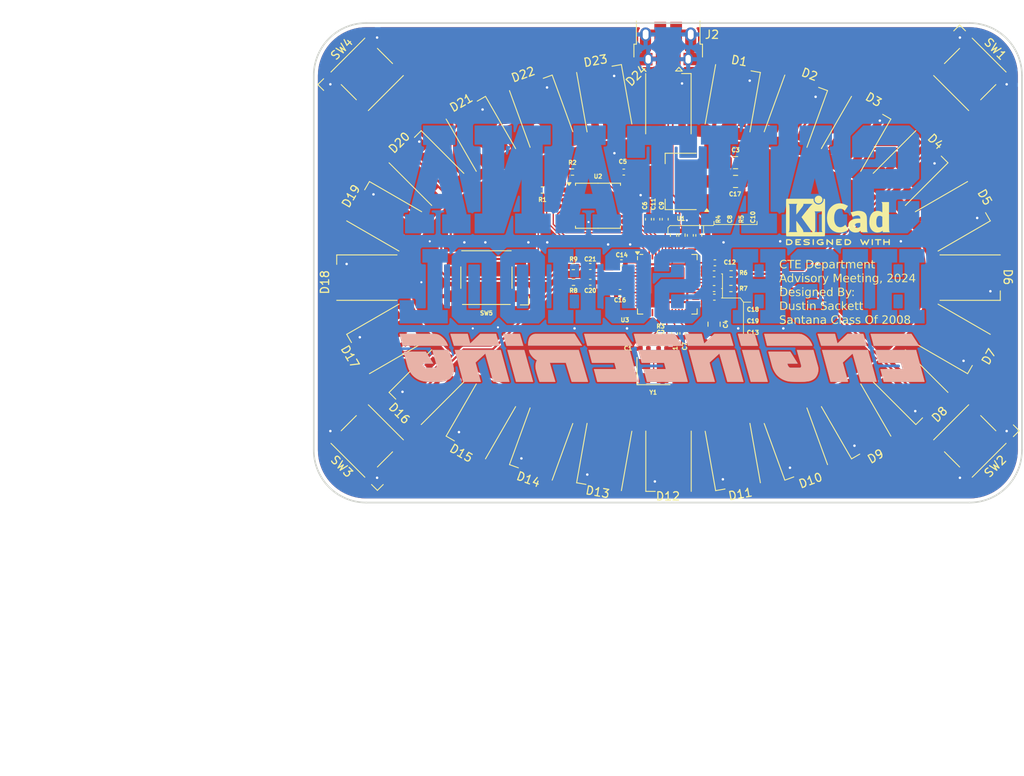
<source format=kicad_pcb>
(kicad_pcb (version 20240108) (generator "pcbnew") (generator_version "8.0")
  (layers (0 "F.Cu" signal) (31 "B.Cu" signal) (34 "B.Paste" user) (35 "F.Paste" user) (36 "B.SilkS" user "B.Silkscreen") (37 "F.SilkS" user "F.Silkscreen") (38 "B.Mask" user) (39 "F.Mask" user) (44 "Edge.Cuts" user))
  (net 0 "")
  (net 1 "GND")
  (net 2 "/XIN")
  (net 3 "Net-(C2-Pad1)")
  (net 4 "VBUS")
  (net 5 "+3V3")
  (net 6 "+1V1")
  (net 7 "/~{USB_BOOT}")
  (net 8 "/GPIO15")
  (net 9 "/GPIO9")
  (net 10 "/GPIO5")
  (net 11 "/GPIO13")
  (net 12 "/GPIO14")
  (net 13 "/GPIO11")
  (net 14 "/GPIO10")
  (net 15 "/GPIO7")
  (net 16 "/GPIO6")
  (net 17 "/GPIO12")
  (net 18 "/GPIO4")
  (net 19 "/GPIO8")
  (net 20 "/GPIO21")
  (net 21 "/RUN")
  (net 22 "/GPIO17")
  (net 23 "/SWD")
  (net 24 "/GPIO20")
  (net 25 "/GPIO27_ADC1")
  (net 26 "/GPIO25")
  (net 27 "/SWCLK")
  (net 28 "/GPIO18")
  (net 29 "/GPIO26_ADC0")
  (net 30 "/GPIO24")
  (net 31 "/GPIO16")
  (net 32 "/GPIO22")
  (net 33 "/GPIO29_ADC3")
  (net 34 "/GPIO19")
  (net 35 "/GPIO28_ADC2")
  (net 36 "/GPIO23")
  (net 37 "/QSPI_SS")
  (net 38 "/XOUT")
  (net 39 "Net-(U3-USB_DP)")
  (net 40 "/USB_D+")
  (net 41 "Net-(U3-USB_DM)")
  (net 42 "/USB_D-")
  (net 43 "/QSPI_SD3")
  (net 44 "/QSPI_SCLK")
  (net 45 "/QSPI_SD2")
  (net 46 "/QSPI_SD0")
  (net 47 "/QSPI_SD1")
  (net 49 "unconnected-(D1-DIN-Pad4)")
  (net 51 "Net-(D1-DOUT)")
  (net 52 "Net-(D2-DOUT)")
  (net 53 "Net-(D3-DOUT)")
  (net 54 "Net-(D4-DOUT)")
  (net 55 "Net-(D5-DOUT)")
  (net 56 "Net-(D6-DOUT)")
  (net 57 "Net-(D7-DOUT)")
  (net 58 "Net-(D8-DOUT)")
  (net 59 "Net-(D10-DIN)")
  (net 60 "Net-(D10-DOUT)")
  (net 61 "Net-(D11-DOUT)")
  (net 62 "Net-(D12-DOUT)")
  (net 63 "Net-(D13-DOUT)")
  (net 64 "Net-(D14-DOUT)")
  (net 65 "Net-(D15-DOUT)")
  (net 66 "Net-(D16-DOUT)")
  (net 67 "Net-(D17-DOUT)")
  (net 68 "Net-(D18-DOUT)")
  (net 69 "Net-(D19-DOUT)")
  (net 70 "Net-(D20-DOUT)")
  (net 71 "Net-(D21-DOUT)")
  (net 72 "Net-(D22-DOUT)")
  (net 73 "Net-(D23-DOUT)")
  (net 74 "Net-(R6-Pad2)")
  (net 75 "Net-(R7-Pad2)")
  (net 76 "Net-(R8-Pad2)")
  (net 77 "Net-(R9-Pad2)")
  (net 78 "/GPIO3")
  (net 79 "/GPIO2")
  (net 80 "/GPIO1")
  (net 81 "/GPIO0")
  (footprint "LED_SMD:LED_WS2812B_PLCC4_5.0x5.0mm_P3.2mm" (layer "F.Cu") (at 152.59 58.663)
    (property "Reference" "D6")
    (property "Value" "WS2812B")
  )
  (footprint "LED_SMD:LED_WS2812B_PLCC4_5.0x5.0mm_P3.2mm" (layer "F.Cu") (at 86.775076 71.922658 -135)
    (property "Reference" "D16")
    (property "Value" "WS2812B")
  )
  (footprint "Capacitor_SMD:C_0402_1005Metric" (layer "F.Cu") (at 121.5965 58.2065 180)
    (property "Reference" "C18")
    (property "Value" "100n")
  )
  (footprint "Resistor_SMD:R_0402_1005Metric" (layer "F.Cu") (at 104.5765 59.2225 180)
    (property "Reference" "R8")
    (property "Value" "1k")
  )
  (footprint "LED_SMD:LED_WS2812B_PLCC4_5.0x5.0mm_P3.2mm" (layer "F.Cu") (at 123.858 36.948458 80)
    (property "Reference" "D1")
    (property "Value" "WS2812B")
  )
  (footprint "Button_Switch_SMD:SW_SPST_Omron_B3FS-100xP" (layer "F.Cu") (at 79.565 34.025 45)
    (property "Reference" "SW4")
    (property "Value" "SW_Push")
  )
  (footprint "Capacitor_SMD:C_0402_1005Metric" (layer "F.Cu") (at 121.629 61.033)
    (property "Reference" "C13")
    (property "Value" "100n")
  )
  (footprint "LED_SMD:LED_WS2812B_PLCC4_5.0x5.0mm_P3.2mm" (layer "F.Cu") (at 123.85801 80.377541 -80)
    (property "Reference" "D11")
    (property "Value" "WS2812B")
  )
  (footprint "Capacitor_SMD:C_0402_1005Metric" (layer "F.Cu") (at 121.5965 59.9845 180)
    (property "Reference" "C19")
    (property "Value" "100n")
  )
  (footprint "Crystal:Crystal_SMD_3225-4Pin_3.2x2.5mm" (layer "F.Cu") (at 114.259 69.973)
    (property "Reference" "Y1")
    (property "Value" "ABM8-272-T3")
  )
  (footprint "LED_SMD:LED_WS2812B_PLCC4_5.0x5.0mm_P3.2mm" (layer "F.Cu") (at 93.366253 76.06533 -120)
    (property "Reference" "D15")
    (property "Value" "WS2812B")
  )
  (footprint "LED_SMD:LED_WS2812B_PLCC4_5.0x5.0mm_P3.2mm" (layer "F.Cu") (at 145.379924 45.403342 45)
    (property "Reference" "D4")
    (property "Value" "WS2812B")
  )
  (footprint "LED_SMD:LED_WS2812B_PLCC4_5.0x5.0mm_P3.2mm" (layer "F.Cu") (at 116.064806 37.612433 90)
    (property "Reference" "D24")
    (property "Value" "WS2812B")
  )
  (footprint "LED_SMD:LED_WS2812B_PLCC4_5.0x5.0mm_P3.2mm" (layer "F.Cu") (at 108.297 80.377542 -100)
    (property "Reference" "D13")
    (property "Value" "WS2812B")
  )
  (footprint "Capacitor_SMD:C_0402_1005Metric" (layer "F.Cu") (at 115.359 67.266)
    (property "Reference" "C2")
    (property "Value" "15p")
  )
  (footprint "Package_TO_SOT_SMD:SOT-223-3_TabPin2" (layer "F.Cu") (at 117.5845 47.022 180)
    (property "Reference" "U1")
    (property "Value" "NCP1117-3.3_SOT223")
  )
  (footprint "Capacitor_SMD:C_0805_2012Metric" (layer "F.Cu") (at 124.1955 47.022)
    (property "Reference" "C17")
    (property "Value" "10u")
  )
  (footprint "Capacitor_SMD:C_0402_1005Metric" (layer "F.Cu") (at 113.159 67.266 180)
    (property "Reference" "C1")
    (property "Value" "15p")
  )
  (footprint "LED_SMD:LED_WS2812B_PLCC4_5.0x5.0mm_P3.2mm" (layer "F.Cu") (at 150.494227 66.084385 -30)
    (property "Reference" "D7")
    (property "Value" "WS2812B")
  )
  (footprint "Symbol:KiCad-Logo2_5mm_SilkScreen" (layer "F.Cu") (at 136.5805 51.7295)
    (property "Reference" "Logo1" (hide yes))
    (property "Value" "Logo_Open_Hardware_Small" (hide yes))
  )
  (footprint "LED_SMD:LED_WS2812B_PLCC4_5.0x5.0mm_P3.2mm" (layer "F.Cu") (at 138.788756 76.065325 -60)
    (property "Reference" "D9")
    (property "Value" "WS2812B")
  )
  (footprint "Package_SO:SOIC-8_5.23x5.23mm_P1.27mm" (layer "F.Cu") (at 107.543 49.9645)
    (property "Reference" "U2")
    (property "Value" "W25Q128JVS")
  )
  (footprint "Capacitor_SMD:C_0402_1005Metric" (layer "F.Cu") (at 116.8225 65.4175 -90)
    (property "Reference" "C15")
    (property "Value" "100n")
  )
  (footprint "LED_SMD:LED_WS2812B_PLCC4_5.0x5.0mm_P3.2mm" (layer "F.Cu") (at 150.494222 51.241606 30)
    (property "Reference" "D5")
    (property "Value" "WS2812B")
  )
  (footprint "Package_DFN_QFN:QFN-56-1EP_7x7mm_P0.4mm_EP3.2x3.2mm" (layer "F.Cu") (at 115.9335 59.468)
    (property "Reference" "U3")
    (property "Value" "RP2040")
  )
  (footprint "Resistor_SMD:R_0402_1005Metric" (layer "F.Cu") (at 100.8185 48.0595 180)
    (property "Reference" "R1")
    (property "Value" "1k")
  )
  (footprint "LED_SMD:LED_WS2812B_PLCC4_5.0x5.0mm_P3.2mm" (layer "F.Cu") (at 81.660778 66.084394 -150)
    (property "Reference" "D17")
    (property "Value" "WS2812B")
  )
  (footprint "Capacitor_SMD:C_0402_1005Metric" (layer "F.Cu") (at 121.689499 56.868)
    (property "Reference" "C12")
    (property "Value" "100n")
  )
  (footprint "Resistor_SMD:R_0402_1005Metric" (layer "F.Cu") (at 123.6565 58.2065)
    (property "Reference" "R6")
    (property "Value" "1k")
  )
  (footprint "Capacitor_SMD:C_0402_1005Metric" (layer "F.Cu") (at 117.819 65.4175 -90)
    (property "Reference" "C7")
    (property "Value" "100n")
  )
  (footprint "Button_Switch_SMD:SW_SPST_Omron_B3FS-100xP" (layer "F.Cu") (at 152.59 34.025 -45)
    (property "Reference" "SW1")
    (property "Value" "SW_Push")
  )
  (footprint "LED_SMD:LED_WS2812B_PLCC4_5.0x5.0mm_P3.2mm" (layer "F.Cu") (at 131.494821 38.516472 70)
    (property "Reference" "D2")
    (property "Value" "WS2812B")
  )
  (footprint "Button_Switch_SMD:SW_SPST_Omron_B3FS-100xP" (layer "F.Cu") (at 79.565 78.475 135)
    (property "Reference" "SW3")
    (property "Value" "SW_Push")
  )
  (footprint "LED_SMD:LED_WS2812B_PLCC4_5.0x5.0mm_P3.2mm" (layer "F.Cu") (at 81.660773 51.241615 150)
    (property "Reference" "D19")
    (property "Value" "WS2812B")
  )
  (footprint "Resistor_SMD:R_0402_1005Metric" (layer "F.Cu") (at 123.6305 59.9845)
    (property "Reference" "R7")
    (property "Value" "1k")
  )
  (footprint "Button_Switch_SMD:SW_SPST_Omron_B3FS-100xP" (layer "F.Cu") (at 152.59 78.475 -135)
    (property "Reference" "SW2")
    (property "Value" "SW_Push")
  )
  (footprint "Capacitor_SMD:C_0402_1005Metric" (layer "F.Cu") (at 110.21 60.468 180)
    (property "Reference" "C16")
    (property "Value" "100n")
  )
  (footprint "Capacitor_SMD:C_0402_1005Metric" (layer "F.Cu") (at 118.719 53.5485 90)
    (property "Reference" "C8")
    (property "Value" "1u")
  )
  (footprint "Capacitor_SMD:C_0402_1005Metric" (layer "F.Cu") (at 113.6475 51.594 90)
    (property "Reference" "C6")
    (property "Value" "100n")
  )
  (footprint "LED_SMD:LED_WS2812B_PLCC4_5.0x5.0mm_P3.2mm" (layer "F.Cu") (at 131.494831 78.809526 -70)
    (property "Reference" "D10")
    (property "Value" "WS2812B")
  )
  (footprint "Capacitor_SMD:C_0805_2012Metric" (layer "F.Cu") (at 121.5945 64.3025 -90)
    (property "Reference" "C4")
    (property "Value" "10u")
  )
  (footprint "Capacitor_SMD:C_0402_1005Metric" (layer "F.Cu") (at 106.6085 59.2225)
    (property "Reference" "C20")
    (property "Value" "100n")
  )
  (footprint "Resistor_SMD:R_0402_1005Metric" (layer "F.Cu") (at 115.359 66.25 180)
    (property "Reference" "R3")
    (property "Value" "1k")
  )
  (footprint "Capacitor_SMD:C_0402_1005Metric" (layer "F.Cu") (at 110.663 45.8875 180)
    (property "Reference" "C5")
    (property "Value" "100n")
  )
  (footprint "LED_SMD:LED_WS2812B_PLCC4_5.0x5.0mm_P3.2mm" (layer "F.Cu") (at 86.775068 45.403348 135)
    (property "Reference" "D20")
    (property "Value" "WS2812B")
  )
  (footprint "Capacitor_SMD:C_0805_2012Metric" (layer "F.Cu") (at 124.1955 44.7445)
    (property "Reference" "C3")
    (property "Value" "10u")
  )
  (footprint "LED_SMD:LED_WS2812B_PLCC4_5.0x5.0mm_P3.2mm" (layer "F.Cu") (at 108.29699 36.948459 100)
    (property "Reference" "D23")
    (property "Value" "WS2812B")
  )
  (footprint "Capacitor_SMD:C_0402_1005Metric" (layer "F.Cu") (at 115.6795 51.594 90)
    (property "Reference" "C9")
    (property "Value" "100n")
  )
  (footprint "Resistor_SMD:R_0402_1005Metric" (layer "F.Cu") (at 117.703 53.5185 -90)
    (property "Reference" "R5")
    (property "Value" "27")
  )
  (footprint "Resistor_SMD:R_0402_1005Metric" (layer "F.Cu") (at 104.5465 57.3175 180)
    (property "Reference" "R9")
    (property "Value" "1k")
  )
  (footprint "LED_SMD:LED_WS2812B_PLCC4_5.0x5.0mm_P3.2mm" (layer "F.Cu") (at 116.077505 80.888 -90)
    (property "Reference" "D12")
    (property "Value" "WS2812B")
  )
  (footprint "Resistor_SMD:R_0402_1005Metric" (layer "F.Cu") (at 116.687 53.5185 -90)
    (property "Reference" "R4")
    (property "Value" "27")
  )
  (footprint "Capacitor_SMD:C_0402_1005Metric" (layer "F.Cu") (at 114.6635 51.594 90)
    (property "Reference" "C11")
    (property "Value" "100n")
  )
  (footprint "LED_SMD:LED_WS2812B_PLCC4_5.0x5.0mm_P3.2mm" (layer "F.Cu") (at 100.660169 38.516474 110)
    (property "Reference" "D22")
    (property "Value" "WS2812B")
  )
  (footprint "Resistor_SMD:R_0402_1005Metric" (layer "F.Cu") (at 104.453 45.8875 180)
    (property "Reference" "R2")
    (property "Value" "DNF")
  )
  (footprint "Button_Switch_SMD:SW_SPST_Omron_B3FS-100xP" (layer "F.Cu") (at 94.0355 58.663005 180)
    (property "Reference" "SW5")
    (property "Value" "SW_Push")
  )
  (footprint "LED_SMD:LED_WS2812B_PLCC4_5.0x5.0mm_P3.2mm" (layer "F.Cu") (at 145.379932 71.922652 -45)
    (property "Reference" "D8")
    (property "Value" "WS2812B")
  )
  (footprint "LED_SMD:LED_WS2812B_PLCC4_5.0x5.0mm_P3.2mm" (layer "F.Cu") (at 138.788747 41.26067 60)
    (property "Reference" "D3")
    (property "Value" "WS2812B")
  )
  (footprint "LED_SMD:LED_WS2812B_PLCC4_5.0x5.0mm_P3.2mm" (layer "F.Cu") (at 93.366244 41.260675 120)
    (property "Reference" "D21")
    (property "Value" "WS2812B")
  )
  (footprint "Capacitor_SMD:C_0402_1005Metric" (layer "F.Cu") (at 119.7435 53.5485 90)
    (property "Reference" "C10")
    (property "Value" "1u")
  )
  (footprint "Capacitor_SMD:C_0402_1005Metric" (layer "F.Cu") (at 110.3735 56.868 180)
    (property "Reference" "C14")
    (property "Value" "100n")
  )
  (footprint "Capacitor_SMD:C_0402_1005Metric" (layer "F.Cu") (at 106.6085 57.3175)
    (property "Reference" "C21")
    (property "Value" "100n")
  )
  (footprint "LED_SMD:LED_WS2812B_PLCC4_5.0x5.0mm_P3.2mm" (layer "F.Cu") (at 79.565 58.663005 180)
    (property "Reference" "D18")
    (property "Value" "WS2812B")
  )
  (footprint "LED_SMD:LED_WS2812B_PLCC4_5.0x5.0mm_P3.2mm" (layer "F.Cu") (at 100.660179 78.809528 -110)
    (property "Reference" "D14")
    (property "Value" "WS2812B")
  )
  (footprint "Connector_USB:USB_Micro-B_Amphenol_10103594-0001LF_Horizontal" (layer "F.Cu") (at 116.014 30.342 180)
    (property "Reference" "J2")
    (property "Value" "USB_B_Micro")
  )
  (footprint "Library:Santana Engineering Logo" (layer "B.Cu") (at 35.406573 118.740718 180)
    (property "Reference" "Logo2" (hide yes))
    (property "Value" "Logo_Open_Hardware_Small" (hide yes))
  )
  (gr_line (start 126.0395 66.0805) (end 125.1505 66.0805) (stroke (width 0.1)) (layer "F.SilkS"))
  (gr_line (start 120.3245 52.3645) (end 120.3245 53.2535) (stroke (width 0.1)) (layer "F.SilkS"))
  (gr_line (start 122.6105 58.2065) (end 122.4835 58.2065) (stroke (width 0.1)) (layer "F.SilkS"))
  (gr_line (start 121.5945 52.2375) (end 121.5945 51.8565) (stroke (width 0.1)) (layer "F.SilkS"))
  (gr_line (start 122.6105 59.9845) (end 122.4835 59.9845) (stroke (width 0.1)) (layer "F.SilkS"))
  (gr_line (start 122.6105 61.1275) (end 122.4835 61.1275) (stroke (width 0.1)) (layer "F.SilkS"))
  (gr_line (start 116.2605 52.3645) (end 116.0065 52.6185) (stroke (width 0.1)) (layer "F.SilkS"))
  (gr_line (start 122.6105 61.1275) (end 122.6105 58.2065) (stroke (width 0.1)) (layer "F.SilkS"))
  (gr_line (start 126.8015 52.2375) (end 121.5945 52.2375) (stroke (width 0.1)) (layer "F.SilkS"))
  (gr_line (start 121.5945 52.2375) (end 121.4675 52.3645) (stroke (width 0.1)) (layer "F.SilkS"))
  (gr_line (start 125.1505 61.6355) (end 126.0395 61.6355) (stroke (width 0.1)) (layer "F.SilkS"))
  (gr_line (start 121.5945 51.8565) (end 121.5945 52.2375) (stroke (width 0.1)) (layer "F.SilkS"))
  (gr_line (start 121.4675 52.3645) (end 116.2605 52.3645) (stroke (width 0.1)) (layer "F.SilkS"))
  (gr_line (start 126.8015 51.8565) (end 126.8015 52.2375) (stroke (width 0.1)) (layer "F.SilkS"))
  (gr_line (start 125.1505 61.6355) (end 124.7695 61.1275) (stroke (width 0.1)) (layer "F.SilkS"))
  (gr_line (start 125.1505 66.0805) (end 125.1505 61.6355) (stroke (width 0.1)) (layer "F.SilkS"))
  (gr_line (start 116.0065 52.6185) (end 116.0065 53.2535) (stroke (width 0.1)) (layer "F.SilkS"))
  (gr_line (start 124.7695 61.1275) (end 122.6105 61.1275) (stroke (width 0.1)) (layer "F.SilkS"))
  (gr_line (start 152.5125 85.8925) (end 79.4875 85.8925) (stroke (width 0.2)) (layer "Edge.Cuts"))
  (gr_arc (start 79.4875 85.8925) (mid 74.997372 84.032628) (end 73.1375 79.5425) (stroke (width 0.2)) (layer "Edge.Cuts"))
  (gr_arc (start 158.8625 79.5425) (mid 157.002628 84.032628) (end 152.5125 85.8925) (stroke (width 0.2)) (layer "Edge.Cuts"))
  (gr_line (start 79.4875 27.85) (end 152.5125 27.85) (stroke (width 0.2)) (layer "Edge.Cuts"))
  (gr_arc (start 152.5125 27.85) (mid 157.002628 29.709872) (end 158.8625 34.2) (stroke (width 0.2)) (layer "Edge.Cuts"))
  (gr_arc (start 73.1375 34.2) (mid 74.997372 29.709872) (end 79.4875 27.85) (stroke (width 0.2)) (layer "Edge.Cuts"))
  (gr_line (start 158.8625 34.2) (end 158.8625 79.5425) (stroke (width 0.2)) (layer "Edge.Cuts"))
  (gr_line (start 73.1375 79.5425) (end 73.1375 34.2) (stroke (width 0.2)) (layer "Edge.Cuts"))
  (gr_text "CTE Department\nAdvisory Meeting, 2024\nDesigned By:\nDustin Sackett\nSantana Class Of 2008" (at 129.4685 64.4295 0) (layer "F.SilkS") (effects (font (size 1 1) (thickness 0.125)) (justify left bottom)))
  (segment (start 114.9335 60.468) (end 115.9335 59.468) (width 0.2) (layer "F.Cu") (net 1))
  (segment (start 118.499 28.957) (end 118.769 29.227) (width 0.635) (layer "F.Cu") (net 1))
  (segment (start 121.1165 59.9845) (end 121.1165 60.0405) (width 0.2) (layer "F.Cu") (net 1))
  (segment (start 114.9335 62.9055) (end 114.9335 60.468) (width 0.2) (layer "F.Cu") (net 1))
  (segment (start 116.999 28.957) (end 118.499 28.957) (width 0.635) (layer "F.Cu") (net 1))
  (segment (start 121.1165 57.920999) (end 122.169499 56.868) (width 0.2) (layer "F.Cu") (net 1))
  (segment (start 113.579 28.957) (end 113.309 29.227) (width 0.635) (layer "F.Cu") (net 1))
  (segment (start 114.9335 63.5975) (end 114.1015 64.4295) (width 0.2) (layer "F.Cu") (net 1))
  (segment (start 121.1165 58.2065) (end 121.1165 57.920999) (width 0.2) (layer "F.Cu") (net 1))
  (segment (start 115.079 28.957) (end 113.579 28.957) (width 0.635) (layer "F.Cu") (net 1))
  (segment (start 121.1165 60.0405) (end 122.109 61.033) (width 0.2) (layer "F.Cu") (net 1))
  (segment (start 114.9335 62.9055) (end 114.9335 63.5975) (width 0.2) (layer "F.Cu") (net 1))
  (via (at 80.364011 48.587673) (size 0.6) (drill 0.3) (layers "F.Cu" "B.Cu") (net 1))
  (via (at 85.9075 42.2045) (size 0.6) (drill 0.3) (layers "F.Cu" "B.Cu") (net 1))
  (via (at 111.0535 64.8105) (size 0.6) (drill 0.3) (layers "F.Cu" "B.Cu") (net 1))
  (via (at 109.5295 43.6015) (size 0.6) (drill 0.3) (layers "F.Cu" "B.Cu") (net 1))
  (via (at 109.496485 34.249161) (size 0.6) (drill 0.3) (layers "F.Cu" "B.Cu") (net 1))
  (via (at 155.04 60.313) (size 0.6) (drill 0.3) (layers "F.Cu" "B.Cu") (net 1))
  (via (at 118.2925 51.7295) (size 0.508) (drill 0.254) (layers "F.Cu" "B.Cu") (net 1))
  (via (at 129.9765 64.8105) (size 0.6) (drill 0.3) (layers "F.Cu" "B.Cu") (net 1))
  (via (at 95.4325 64.6835) (size 0.508) (drill 0.254) (layers "F.Cu" "B.Cu") (net 1))
  (via (at 153.440984 51.445548) (size 0.6) (drill 0.3) (layers "F.Cu" "B.Cu") (net 1))
  (via (at 90.712311 77.362092) (size 0.6) (drill 0.3) (layers "F.Cu" "B.Cu") (net 1))
  (via (at 101.372712 35.649894) (size 0.6) (drill 0.3) (layers "F.Cu" "B.Cu") (net 1))
  (via (at 99.1155 54.3965) (size 0.6) (drill 0.3) (layers "F.Cu" "B.Cu") (net 1))
  (via (at 93.570186 38.313913) (size 0.6) (drill 0.3) (layers "F.Cu" "B.Cu") (net 1))
  (via (at 148.279062 44.837657) (size 0.6) (drill 0.3) (layers "F.Cu" "B.Cu") (net 1))
  (via (at 130.782288 81.676106) (size 0.6) (drill 0.3) (layers "F.Cu" "B.Cu") (net 1))
  (via (at 108.7675 54.6505) (size 0.6) (drill 0.3) (layers "F.Cu" "B.Cu") (net 1))
  (via (at 138.584814 79.012087) (size 0.6) (drill 0.3) (layers "F.Cu" "B.Cu") (net 1))
  (via (at 87.1775 54.2695) (size 0.508) (drill 0.254) (layers "F.Cu" "B.Cu") (net 1))
  (via (at 114.427505 83.338) (size 0.6) (drill 0.3) (layers "F.Cu" "B.Cu") (net 1))
  (via (at 98.271737 80.547442) (size 0.6) (drill 0.3) (layers "F.Cu" "B.Cu") (net 1))
  (via (at 141.6605 39.6645) (size 0.6) (drill 0.3) (layers "F.Cu" "B.Cu") (net 1))
  (via (at 80.802437 82.894417) (size 0.6) (drill 0.3) (layers "F.Cu" "B.Cu") (net 1))
  (via (at 124.5155 64.8105) (size 0.6) (drill 0.3) (layers "F.Cu" "B.Cu") (net 1))
  (via (at 151.352563 29.605583) (size 0.6) (drill 0.3) (layers "F.Cu" "B.Cu") (net 1))
  (via (at 75.145583 35.262437) (size 0.6) (drill 0.3) (layers "F.Cu" "B.Cu") (net 1))
  (via (at 104.7035 64.8105) (size 0.6) (drill 0.3) (layers "F.Cu" "B.Cu") (net 1))
  (via (at 125.908371 34.822198) (size 0.6) (drill 0.3) (layers "F.Cu" "B.Cu") (net 1))
  (via (at 112.7045 48.6815) (size 0.6) (drill 0.3) (layers "F.Cu" "B.Cu") (net 1))
  (via (at 133.883263 36.778558) (size 0.6) (drill 0.3) (layers "F.Cu" "B.Cu") (net 1))
  (via (at 92.3845 64.8105) (size 0.508) (drill 0.254) (layers "F.Cu" "B.Cu") (net 1))
  (via (at 86.1615 59.2225) (size 0.508) (drill 0.254) (layers "F.Cu" "B.Cu") (net 1))
  (via (at 78.714016 65.880452) (size 0.6) (drill 0.3) (layers "F.Cu" "B.Cu") (net 1))
  (via (at 144.2005 54.2695) (size 0.6) (drill 0.3) (layers "F.Cu" "B.Cu") (net 1))
  (via (at 129.5955 54.2695) (size 0.6) (drill 0.3) (layers "F.Cu" "B.Cu") (net 1))
  (via (at 101.4015 54.3965) (size 0.6) (drill 0.3) (layers "F.Cu" "B.Cu") (net 1))
  (via (at 106.246629 82.503802) (size 0.6) (drill 0.3) (layers "F.Cu" "B.Cu") (net 1))
  (via (at 122.7375 54.3965) (size 0.6) (drill 0.3) (layers "F.Cu" "B.Cu") (net 1))
  (via (at 157.009417 77.237563) (size 0.6) (drill 0.3) (layers "F.Cu" "B.Cu") (net 1))
  (via (at 157.009417 35.262437) (size 0.6) (drill 0.3) (layers "F.Cu" "B.Cu") (net 1))
  (via (at 80.802437 29.605583) (size 0.6) (drill 0.3) (layers "F.Cu" "B.Cu") (net 1))
  (via (at 106.391118 51.934836) (size 0.508) (drill 0.254) (layers "F.Cu" "B.Cu") (net 1))
  (via (at 151.352563 82.894417) (size 0.6) (drill 0.3) (layers "F.Cu" "B.Cu") (net 1))
  (via (at 83.875938 72.488343) (size 0.6) (drill 0.3) (layers "F.Cu" "B.Cu") (net 1))
  (via (at 77.115 57.013005) (size 0.6) (drill 0.3) (layers "F.Cu" "B.Cu") (net 1))
  (via (at 151.790989 68.738327) (size 0.6) (drill 0.3) (layers "F.Cu" "B.Cu") (net 1))
  (via (at 75.145583 77.237563) (size 0.6) (drill 0.3) (layers "F.Cu" "B.Cu") (net 1))
  (via (at 111.4345 54.6505) (size 0.6) (drill 0.3) (layers "F.Cu" "B.Cu") (net 1))
  (via (at 117.714806 35.162433) (size 0.6) (drill 0.3) (layers "F.Cu" "B.Cu") (net 1))
  (via (at 122.658515 83.076839) (size 0.6) (drill 0.3) (layers "F.Cu" "B.Cu") (net 1))
  (via (at 93.9085 54.3965) (size 0.6) (drill 0.3) (layers "F.Cu" "B.Cu") (net 1))
  (via (at 91.3685 54.3965) (size 0.6) (drill 0.3) (layers "F.Cu" "B.Cu") (net 1))
  (via (at 145.945617 74.82179) (size 0.6) (drill 0.3) (layers "F.Cu" "B.Cu") (net 1))
  (segment (start 115.333499 64.513001) (end 115.333499 62.9055) (width 0.1524) (layer "F.Cu") (net 2))
  (segment (start 114.2825 69.6995) (end 114.2825 67.9095) (width 0.1524) (layer "F.Cu") (net 2))
  (segment (start 113.639 67.266) (end 113.639 66.2075) (width 0.1524) (layer "F.Cu") (net 2))
  (segment (start 113.159 70.823) (end 114.2825 69.6995) (width 0.1524) (layer "F.Cu") (net 2))
  (segment (start 113.639 66.2075) (end 115.333499 64.513001) (width 0.1524) (layer "F.Cu") (net 2))
  (segment (start 114.2825 67.9095) (end 113.639 67.266) (width 0.1524) (layer "F.Cu") (net 2))
  (segment (start 114.879 66.28) (end 114.849 66.25) (width 0.1524) (layer "F.Cu") (net 3))
  (segment (start 114.879 67.266) (end 114.879 66.28) (width 0.1524) (layer "F.Cu") (net 3))
  (segment (start 115.359 67.746) (end 114.879 67.266) (width 0.1524) (layer "F.Cu") (net 3))
  (segment (start 115.359 69.123) (end 115.359 67.746) (width 0.1524) (layer "F.Cu") (net 3))
  (segment (start 123.2455 44.7445) (end 120.757 44.7445) (width 0.635) (layer "F.Cu") (net 4))
  (segment (start 120.757 44.7445) (end 120.7345 44.722) (width 0.635) (layer "F.Cu") (net 4))
  (segment (start 117.339 32.107) (end 117.339 33.463) (width 0.1524) (layer "F.Cu") (net 4))
  (segment (start 117.339 33.463) (end 117.533 33.657) (width 0.1524) (layer "F.Cu") (net 4))
  (segment (start 120.7345 44.722) (end 120.7345 41.2175) (width 0.635) (layer "F.Cu") (net 4))
  (segment (start 120.7055 41.1885) (end 120.7345 41.2175) (width 0.635) (layer "F.Cu") (net 4))
  (segment (start 123.2455 47.022) (end 120.7345 47.022) (width 0.635) (layer "F.Cu") (net 5))
  (segment (start 118.133499 57.014001) (end 118.0925 57.055) (width 0.1524) (layer "F.Cu") (net 5))
  (segment (start 120.8325 52.7455) (end 120.8325 54.0285) (width 0.635) (layer "F.Cu") (net 5))
  (segment (start 115.6795 54.134) (end 115.6795 52.074) (width 0.1524) (layer "F.Cu") (net 5))
  (segment (start 116.1335 55.023) (end 116.1335 54.588) (width 0.1524) (layer "F.Cu") (net 5))
  (segment (start 114.4345 47.022) (end 113.221 47.022) (width 0.254) (layer "F.Cu") (net 5))
  (segment (start 116.1335 56.982) (end 116.0605 57.055) (width 0.1524) (layer "F.Cu") (net 5))
  (segment (start 118.133499 55.363001) (end 118.25725 55.23925) (width 0.1524) (layer "F.Cu") (net 5))
  (segment (start 118.25725 55.23925) (end 119.32475 55.23925) (width 0.1524) (layer "F.Cu") (net 5))
  (segment (start 116.533501 56.0305) (end 116.533501 56.962999) (width 0.1524) (layer "F.Cu") (net 5))
  (segment (start 116.8225 64.294) (end 116.1335 63.605) (width 0.1524) (layer "F.Cu") (net 5))
  (segment (start 113.6475 57.055) (end 116.0605 57.055) (width 0.254) (layer "F.Cu") (net 5))
  (segment (start 120.8325 54.0285) (end 120.7055 54.0285) (width 0.254) (layer "F.Cu") (net 5))
  (segment (start 121.209499 56.868) (end 121.209499 54.405499) (width 0.254) (layer "F.Cu") (net 5))
  (segment (start 119.371 60.468) (end 118.3465 60.468) (width 0.1524) (layer "F.Cu") (net 5))
  (segment (start 113.6475 57.055) (end 113.6475 60.4925) (width 0.254) (layer "F.Cu") (net 5))
  (segment (start 114.4345 48.3795) (end 116.3875 50.3325) (width 0.254) (layer "F.Cu") (net 5))
  (segment (start 112.496 56.868) (end 110.8535 56.868) (width 0.1524) (layer "F.Cu") (net 5))
  (segment (start 116.1335 61.627) (end 118.3465 61.627) (width 0.254) (layer "F.Cu") (net 5))
  (segment (start 118.0385 47.022) (end 118.0385 49.9515) (width 0.635) (layer "F.Cu") (net 5))
  (segment (start 110.69 60.468) (end 112.496 60.468) (width 0.1524) (layer "F.Cu") (net 5))
  (segment (start 116.8225 64.9375) (end 116.8225 64.294) (width 0.1524) (layer "F.Cu") (net 5))
  (segment (start 116.1335 54.588) (end 115.6795 54.134) (width 0.1524) (layer "F.Cu") (net 5))
  (segment (start 119.371 60.468) (end 119.871204 60.468) (width 0.1524) (layer "F.Cu") (net 5))
  (segment (start 116.3875 51.4755) (end 115.789 52.074) (width 0.254) (layer "F.Cu") (net 5))
  (segment (start 111.143 48.0595) (end 111.143 45.8875) (width 0.254) (layer "F.Cu") (net 5))
  (segment (start 118.2195 57.055) (end 118.3465 57.182) (width 0.254) (layer "F.Cu") (net 5))
  (segment (start 120.436204 61.033) (end 121.149 61.033) (width 0.1524) (layer "F.Cu") (net 5))
  (segment (start 121.149 61.952) (end 121.149 61.033) (width 0.254) (layer "F.Cu") (net 5))
  (segment (start 116.533501 56.962999) (end 116.4415 57.055) (width 0.1524) (layer "F.Cu") (net 5))
  (segment (start 119.871204 60.468) (end 120.436204 61.033) (width 0.1524) (layer "F.Cu") (net 5))
  (segment (start 118.3465 57.182) (end 118.3465 60.103) (width 0.254) (layer "F.Cu") (net 5))
  (segment (start 116.533501 56.0305) (end 116.533501 55.115001) (width 0.1524) (layer "F.Cu") (net 5))
  (segment (start 121.5945 62.3975) (end 121.149 61.952) (width 0.254) (layer "F.Cu") (net 5))
  (segment (start 118.3465 61.627) (end 118.3465 60.103) (width 0.254) (layer "F.Cu") (net 5))
  (segment (start 118.133499 56.0305) (end 118.133499 57.014001) (width 0.1524) (layer "F.Cu") (net 5))
  (segment (start 116.4415 55.023) (end 116.1335 55.023) (width 0.1524) (layer "F.Cu") (net 5))
  (segment (start 113.4605 56.868) (end 113.6475 57.055) (width 0.1524) (layer "F.Cu") (net 5))
  (segment (start 112.496 60.468) (end 113.623 60.468) (width 0.1524) (layer "F.Cu") (net 5))
  (segment (start 118.6605 56.868) (end 118.3465 57.182) (width 0.2) (layer "F.Cu") (net 5))
  (segment (start 116.533501 55.115001) (end 116.4415 55.023) (width 0.1524) (layer "F.Cu") (net 5))
  (segment (start 119.32475 55.23925) (end 119.7435 54.8205) (width 0.254) (layer "F.Cu") (net 5))
  (segment (start 116.1335 63.605) (end 116.1335 62.9055) (width 0.1524) (layer "F.Cu") (net 5))
  (segment (start 116.0605 57.055) (end 116.4415 57.055) (width 0.254) (layer "F.Cu") (net 5))
  (segment (start 115.789 52.074) (end 115.6795 52.074) (width 0.254) (layer "F.Cu") (net 5))
  (segment (start 121.209499 54.405499) (end 120.8325 54.0285) (width 0.254) (layer "F.Cu") (net 5))
  (segment (start 118.5335 55.23925) (end 119.32475 55.23925) (width 0.254) (layer "F.Cu") (net 5))
  (segment (start 119.7435 54.8205) (end 119.7435 54.0285) (width 0.254) (layer "F.Cu") (net 5))
  (segment (start 113.221 47.022) (end 112.1835 48.0595) (width 0.254) (layer "F.Cu") (net 5))
  (segment (start 119.371 56.868) (end 118.6605 56.868) (width 0.2) (layer "F.Cu") (net 5))
  (segment (start 109.5425 48.0595) (end 111.143 48.0595) (width 0.1524) (layer "F.Cu") (net 5))
  (segment (start 119.371 56.868) (end 121.209499 56.868) (width 0.2) (layer "F.Cu") (net 5))
  (segment (start 116.1335 56.0305) (end 116.1335 55.023) (width 0.1524) (layer "F.Cu") (net 5))
  (segment (start 113.623 60.468) (end 113.6475 60.4925) (width 0.1524) (layer "F.Cu") (net 5))
  (segment (start 116.3875 50.3325) (end 116.3875 51.4755) (width 0.254) (layer "F.Cu") (net 5))
  (segment (start 121.5945 63.3525) (end 121.5945 62.3975) (width 0.254) (layer "F.Cu") (net 5))
  (segment (start 118.5335 56.0305) (end 118.5335 55.23925) (width 0.254) (layer "F.Cu") (net 5))
  (segment (start 118.3465 60.468) (end 118.3465 60.103) (width 0.1524) (layer "F.Cu") (net 5))
  (segment (start 112.1835 48.0595) (end 111.143 48.0595) (width 0.254) (layer "F.Cu") (net 5))
  (segment (start 114.4345 47.022) (end 114.4345 48.3795) (width 0.254) (layer "F.Cu") (net 5))
  (segment (start 120.4515 54.0285) (end 119.7435 54.0285) (width 0.254) (layer "F.Cu") (net 5))
  (segment (start 118.0925 57.055) (end 118.2195 57.055) (width 0.254) (layer "F.Cu") (net 5))
  (segment (start 116.1335 56.0305) (end 116.1335 56.982) (width 0.1524) (layer "F.Cu") (net 5))
  (segment (start 104.963 45.8875) (end 107.3705 45.8875) (width 0.1524) (layer "F.Cu") (net 5))
  (segment (start 120.7055 54.0285) (end 120.4515 54.0285) (width 0.254) (layer "F.Cu") (net 5))
  (segment (start 118.0385 49.9515) (end 120.8325 52.7455) (width 0.635) (layer "F.Cu") (net 5))
  (segment (start 116.4415 57.055) (end 118.0925 57.055) (width 0.254) (layer "F.Cu") (net 5))
  (segment (start 114.6635 52.074) (end 115.6795 52.074) (width 0.254) (layer "F.Cu") (net 5))
  (segment (start 112.496 56.868) (end 113.4605 56.868) (width 0.1524) (layer "F.Cu") (net 5))
  (segment (start 116.1335 62.9055) (end 116.1335 61.627) (width 0.1524) (layer "F.Cu") (net 5))
  (segment (start 107.3705 45.8875) (end 109.5425 48.0595) (width 0.1524) (layer "F.Cu") (net 5))
  (segment (start 118.133499 56.0305) (end 118.133499 55.363001) (width 0.1524) (layer "F.Cu") (net 5))
  (segment (start 120.7345 47.022) (end 118.0385 47.022) (width 0.635) (layer "F.Cu") (net 5))
  (segment (start 118.719 54.5235) (end 118.719 54.0285) (width 0.1524) (layer "F.Cu") (net 6))
  (segment (start 118.4735 54.769) (end 118.719 54.5235) (width 0.1524) (layer "F.Cu") (net 6))
  (segment (start 117.7335 55.255) (end 118.2195 54.769) (width 0.1524) (layer "F.Cu") (net 6))
  (segment (start 117.819 64.4015) (end 117.819 64.9375) (width 0.1524) (layer "F.Cu") (net 6))
  (segment (start 117.7335 56.0305) (end 117.7335 55.255) (width 0.1524) (layer "F.Cu") (net 6))
  (segment (start 113.6475 52.61) (end 113.6475 52.074) (width 0.1524) (layer "F.Cu") (net 6))
  (segment (start 116.746996 63.6192) (end 117.0367 63.6192) (width 0.1524) (layer "F.Cu") (net 6))
  (segment (start 118.2195 54.769) (end 118.4735 54.769) (width 0.1524) (layer "F.Cu") (net 6))
  (segment (start 115.7335 54.696) (end 113.6475 52.61) (width 0.1524) (layer "F.Cu") (net 6))
  (segment (start 115.7335 56.0305) (end 115.7335 54.696) (width 0.1524) (layer "F.Cu") (net 6))
  (segment (start 116.533501 62.9055) (end 116.533501 63.405705) (width 0.1524) (layer "F.Cu") (net 6))
  (segment (start 117.0367 63.6192) (end 117.819 64.4015) (width 0.1524) (layer "F.Cu") (net 6))
  (segment (start 116.533501 63.405705) (end 116.746996 63.6192) (width 0.1524) (layer "F.Cu") (net 6))
  (segment (start 100.3085 55.69) (end 99.585495 56.413005) (width 0.1524) (layer "F.Cu") (net 7))
  (segment (start 100.3085 48.0595) (end 100.3085 55.69) (width 0.1524) (layer "F.Cu") (net 7))
  (segment (start 90.0355 56.413005) (end 98.0355 56.413005) (width 0.254) (layer "F.Cu") (net 7))
  (segment (start 99.585495 56.413005) (end 98.0355 56.413005) (width 0.1524) (layer "F.Cu") (net 7))
  (segment (start 122.0765 58.2065) (end 121.415001 58.867999) (width 0.1524) (layer "F.Cu") (net 26))
  (segment (start 122.0765 58.2065) (end 123.1465 58.2065) (width 0.1524) (layer "F.Cu") (net 26))
  (segment (start 121.415001 58.867999) (end 119.371 58.867999) (width 0.1524) (layer "F.Cu") (net 26))
  (segment (start 122.0765 59.9845) (end 121.36 59.268) (width 0.1524) (layer "F.Cu") (net 30))
  (segment (start 122.0765 59.9845) (end 123.1205 59.9845) (width 0.1524) (layer "F.Cu") (net 30))
  (segment (start 121.36 59.268) (end 119.371 59.268) (width 0.1524) (layer "F.Cu") (net 30))
  (segment (start 103.943 48.0595) (end 103.943 45.8875) (width 0.1524) (layer "F.Cu") (net 37))
  (segment (start 103.4275 53.9985) (end 101.3285 51.8995) (width 0.1524) (layer "F.Cu") (net 37))
  (segment (start 103.943 48.0595) (end 101.3285 48.0595) (width 0.1524) (layer "F.Cu") (net 37))
  (segment (start 113.3335 55.3955) (end 111.9365 53.9985) (width 0.1524) (layer "F.Cu") (net 37))
  (segment (start 111.9365 53.9985) (end 103.4275 53.9985) (width 0.1524) (layer "F.Cu") (net 37))
  (segment (start 113.3335 56.0305) (end 113.3335 55.3955) (width 0.1524) (layer "F.Cu") (net 37))
  (segment (start 101.3285 51.8995) (end 101.3285 48.0595) (width 0.1524) (layer "F.Cu") (net 37))
  (segment (start 115.7335 63.84) (end 115.7335 62.9055) (width 0.1524) (layer "F.Cu") (net 38))
  (segment (start 115.869 66.25) (end 115.869 63.9755) (width 0.1524) (layer "F.Cu") (net 38))
  (segment (start 115.869 63.9755) (end 115.7335 63.84) (width 0.1524) (layer "F.Cu") (net 38))
  (segment (start 116.9335 56.0305) (end 116.9335 54.275) (width 0.1524) (layer "F.Cu") (net 39))
  (segment (start 116.9335 54.275) (end 116.687 54.0285) (width 0.1524) (layer "F.Cu") (net 39))
  (segment (start 116.97 52.245499) (end 116.97 49.800843) (width 0.2) (layer "F.Cu") (net 40))
  (segment (start 116.687 53.0085) (end 116.687 52.528499) (width 0.2) (layer "F.Cu") (net 40))
  (segment (start 116.687 52.528499) (end 116.97 52.245499) (width 0.2) (layer "F.Cu") (net 40))
  (segment (start 116.039 48.869843) (end 116.039 32.107) (width 0.2) (layer "F.Cu") (net 40))
  (segment (start 116.97 49.800843) (end 116.039 48.869843) (width 0.2) (layer "F.Cu") (net 40))
  (segment (start 117.3335 56.0305) (end 117.3335 54.398) (width 0.1524) (layer "F.Cu") (net 41))
  (segment (start 117.3335 54.398) (end 117.703 54.0285) (width 0.1524) (layer "F.Cu") (net 41))
  (segment (start 117.42 52.245499) (end 117.42 49.46) (width 0.2) (layer "F.Cu") (net 42))
  (segment (start 116.689 33.344501) (end 116.689 32.107) (width 0.2) (layer "F.Cu") (net 42))
  (segment (start 117.42 49.46) (end 116.589 48.629) (width 0.2) (layer "F.Cu") (net 42))
  (segment (start 116.589 33.444501) (end 116.689 33.344501) (width 0.2) (layer "F.Cu") (net 42))
  (segment (start 117.703 52.528499) (end 117.42 52.245499) (width 0.2) (layer "F.Cu") (net 42))
  (segment (start 117.703 53.0085) (end 117.703 52.528499) (width 0.2) (layer "F.Cu") (net 42))
  (segment (start 116.589 48.629) (end 116.589 33.444501) (width 0.2) (layer "F.Cu") (net 42))
  (segment (start 112.3475 49.3295) (end 111.143 49.3295) (width 0.1524) (layer "F.Cu") (net 43))
  (segment (start 112.8315 52.308146) (end 112.8315 49.8135) (width 0.1524) (layer "F.Cu") (net 43))
  (segment (start 115.333499 56.0305) (end 115.333499 54.810145) (width 0.1524) (layer "F.Cu") (net 43))
  (segment (start 115.333499 54.810145) (end 112.8315 52.308146) (width 0.1524) (layer "F.Cu") (net 43))
  (segment (start 112.8315 49.8135) (end 112.3475 49.3295) (width 0.1524) (layer "F.Cu") (net 43))
  (segment (start 112.3235 52.298514) (end 112.3235 50.778) (width 0.1524) (layer "F.Cu") (net 44))
  (segment (start 114.9335 54.908514) (end 112.3235 52.298514) (width 0.1524) (layer "F.Cu") (net 44))
  (segment (start 112.3235 50.778) (end 112.145 50.5995) (width 0.1524) (layer "F.Cu") (net 44))
  (segment (start 112.145 50.5995) (end 111.143 50.5995) (width 0.1524) (layer "F.Cu") (net 44))
  (segment (start 114.9335 56.0305) (end 114.9335 54.908514) (width 0.1524) (layer "F.Cu") (net 44))
  (segment (start 103.01625 50.5995) (end 103.943 50.5995) (width 0.1524) (layer "F.Cu") (net 45))
  (segment (start 102.6655 50.95025) (end 103.01625 50.5995) (width 0.1524) (layer "F.Cu") (net 45))
  (segment (start 103.6815 53.2365) (end 102.6655 52.2205) (width 0.1524) (layer "F.Cu") (net 45))
  (segment (start 102.6655 52.2205) (end 102.6655 50.95025) (width 0.1524) (layer "F.Cu") (net 45))
  (segment (start 114.1335 55.10525) (end 112.26475 53.2365) (width 0.1524) (layer "F.Cu") (net 45))
  (segment (start 112.26475 53.2365) (end 103.6815 53.2365) (width 0.1524) (layer "F.Cu") (net 45))
  (segment (start 114.1335 56.0305) (end 114.1335 55.10525) (width 0.1524) (layer "F.Cu") (net 45))
  (segment (start 111.143 51.8695) (end 111.396118 51.8695) (width 0.1524) (layer "F.Cu") (net 46))
  (segment (start 114.5335 55.006882) (end 114.5335 56.0305) (width 0.1524) (layer "F.Cu") (net 46))
  (segment (start 111.396118 51.8695) (end 114.5335 55.006882) (width 0.1524) (layer "F.Cu") (net 46))
  (segment (start 102.1289 50.2171) (end 103.0165 49.3295) (width 0.1524) (layer "F.Cu") (net 47))
  (segment (start 113.733501 56.0305) (end 113.733501 55.287501) (width 0.1524) (layer "F.Cu") (net 47))
  (segment (start 103.573468 53.6461) (end 102.1289 52.201532) (width 0.1524) (layer "F.Cu") (net 47))
  (segment (start 102.1289 52.201532) (end 102.1289 50.2171) (width 0.1524) (layer "F.Cu") (net 47))
  (segment (start 113.733501 55.287501) (end 112.0921 53.6461) (width 0.1524) (layer "F.Cu") (net 47))
  (segment (start 103.0165 49.3295) (end 103.943 49.3295) (width 0.1524) (layer "F.Cu") (net 47))
  (segment (start 112.0921 53.6461) (end 103.573468 53.6461) (width 0.1524) (layer "F.Cu") (net 47))
  (segment (start 122.658505 34.24916) (end 122.656021 34.451643) (width 0.254) (layer "F.Cu") (net 49))
  (segment (start 122.656021 34.451643) (end 122.616328 34.854659) (width 0.254) (layer "F.Cu") (net 49))
  (segment (start 127.39877 37.306481) (end 129.125689 37.306481) (width 0.254) (layer "F.Cu") (net 51))
  (arc (start 125.057495 39.647756) (mid 125.743239 37.992225) (end 127.39877 37.306481) (width 0.254) (layer "F.Cu") (net 51))
  (arc (start 129.125689 37.306481) (mid 130.297074 36.821277) (end 130.782278 35.649892) (width 0.254) (layer "F.Cu") (net 51))
  (segment (start 132.207364 41.383052) (end 132.207364 41.359356) (width 0.254) (layer "F.Cu") (net 52))
  (segment (start 134.406039 39.160681) (end 137.738032 39.160681) (width 0.254) (layer "F.Cu") (net 52))
  (arc (start 132.207364 41.359356) (mid 132.851341 39.804658) (end 134.406039 39.160681) (width 0.254) (layer "F.Cu") (net 52))
  (arc (start 137.738032 39.160681) (mid 138.336791 38.912667) (end 138.584805 38.313908) (width 0.254) (layer "F.Cu") (net 52))
  (segment (start 140.12784 43.072281) (end 145.377532 43.072281) (width 0.254) (layer "F.Cu") (net 53))
  (arc (start 145.377532 43.072281) (mid 145.779223 42.905895) (end 145.945609 42.504204) (width 0.254) (layer "F.Cu") (net 53))
  (arc (start 138.992689 44.207432) (mid 139.325167 43.404759) (end 140.12784 43.072281) (width 0.254) (layer "F.Cu") (net 53))
  (segment (start 148.655439 48.863481) (end 151.515167 48.863481) (width 0.254) (layer "F.Cu") (net 54))
  (segment (start 145.37524 48.863481) (end 148.655439 48.863481) (width 0.254) (layer "F.Cu") (net 54))
  (arc (start 151.515167 48.863481) (mid 151.710199 48.782696) (end 151.790984 48.587664) (width 0.254) (layer "F.Cu") (net 54))
  (arc (start 144.814239 48.30248) (mid 144.978552 48.699168) (end 145.37524 48.863481) (width 0.254) (layer "F.Cu") (net 54))
  (segment (start 149.19746 53.895548) (end 151.922548 53.895548) (width 0.254) (layer "F.Cu") (net 55))
  (arc (start 151.922548 53.895548) (mid 154.126919 54.808629) (end 155.04 57.013) (width 0.254) (layer "F.Cu") (net 55))
  (segment (start 153.440989 63.613989) (end 153.440989 65.880443) (width 0.254) (layer "F.Cu") (net 56))
  (arc (start 150.14 60.313) (mid 152.474152 61.279837) (end 153.440989 63.613989) (width 0.254) (layer "F.Cu") (net 56))
  (segment (start 149.366639 71.400768) (end 149.366639 68.107501) (width 0.254) (layer "F.Cu") (net 57))
  (arc (start 148.27907 72.488337) (mid 149.048097 72.169795) (end 149.366639 71.400768) (width 0.254) (layer "F.Cu") (net 57))
  (arc (start 149.366639 68.107501) (mid 148.833815 66.821151) (end 147.547465 66.288327) (width 0.254) (layer "F.Cu") (net 57))
  (segment (start 141.442698 77.362087) (end 141.442698 72.395063) (width 0.254) (layer "F.Cu") (net 58))
  (arc (start 141.442698 72.395063) (mid 141.746749 71.661018) (end 142.480794 71.356967) (width 0.254) (layer "F.Cu") (net 58))
  (segment (start 133.883273 77.020104) (end 133.883273 80.54744) (width 0.254) (layer "F.Cu") (net 59))
  (arc (start 136.134814 74.768563) (mid 134.542734 75.428024) (end 133.883273 77.020104) (width 0.254) (layer "F.Cu") (net 59))
  (segment (start 125.908381 82.503801) (end 125.908381 80.26962) (width 0.254) (layer "F.Cu") (net 60))
  (arc (start 125.908381 80.26962) (mid 126.845056 78.008287) (end 129.106389 77.071612) (width 0.254) (layer "F.Cu") (net 60))
  (segment (start 121.807639 78.251281) (end 121.807639 80.0788) (width 0.254) (layer "F.Cu") (net 61))
  (segment (start 117.727505 83.338) (end 117.727505 82.851656) (width 0.254) (layer "F.Cu") (net 61))
  (segment (start 119.444063 80.792433) (end 121.094006 80.792433) (width 0.254) (layer "F.Cu") (net 61))
  (arc (start 121.807639 80.0788) (mid 121.598621 80.583415) (end 121.094006 80.792433) (width 0.254) (layer "F.Cu") (net 61))
  (arc (start 117.727505 82.851656) (mid 117.902698 81.970901) (end 118.401606 81.224233) (width 0.254) (layer "F.Cu") (net 61))
  (arc (start 118.401606 81.224233) (mid 118.879889 80.904654) (end 119.444063 80.792433) (width 0.254) (layer "F.Cu") (net 61))
  (segment (start 114.427505 79.891015) (end 114.427505 78.438) (width 0.254) (layer "F.Cu") (net 62))
  (segment (start 109.496495 83.07684) (end 109.496495 82.917025) (width 0.254) (layer "F.Cu") (net 62))
  (segment (start 112.485839 80.715081) (end 113.603439 80.715081) (width 0.254) (layer "F.Cu") (net 62))
  (segment (start 110.784039 81.629481) (end 111.571439 81.629481) (width 0.254) (layer "F.Cu") (net 62))
  (arc (start 109.496495 82.917025) (mid 109.873608 82.006594) (end 110.784039 81.629481) (width 0.254) (layer "F.Cu") (net 62))
  (arc (start 113.603439 80.715081) (mid 114.186142 80.473718) (end 114.427505 79.891015) (width 0.254) (layer "F.Cu") (net 62))
  (arc (start 112.079439 81.121481) (mid 112.198471 80.834113) (end 112.485839 80.715081) (width 0.254) (layer "F.Cu") (net 62))
  (arc (start 111.571439 81.629481) (mid 111.930649 81.480691) (end 112.079439 81.121481) (width 0.254) (layer "F.Cu") (net 62))
  (segment (start 101.372722 81.676108) (end 103.099641 81.676108) (width 0.254) (layer "F.Cu") (net 63))
  (arc (start 103.099641 81.676108) (mid 105.926558 80.505161) (end 107.097505 77.678244) (width 0.254) (layer "F.Cu") (net 63))
  (segment (start 93.570195 79.012092) (end 96.878492 79.012092) (width 0.254) (layer "F.Cu") (net 64))
  (arc (start 96.878492 79.012092) (mid 99.048705 78.113161) (end 99.947636 75.942948) (width 0.254) (layer "F.Cu") (net 64))
  (segment (start 89.016239 75.279481) (end 91.001398 75.279481) (width 0.254) (layer "F.Cu") (net 65))
  (segment (start 86.667076 75.279481) (end 89.016239 75.279481) (width 0.254) (layer "F.Cu") (net 65))
  (arc (start 86.209391 74.821796) (mid 86.343444 75.145428) (end 86.667076 75.279481) (width 0.254) (layer "F.Cu") (net 65))
  (arc (start 91.001398 75.279481) (mid 92.529394 74.646564) (end 93.162311 73.118568) (width 0.254) (layer "F.Cu") (net 65))
  (segment (start 85.103444 68.14441) (end 81.79788 68.14441) (width 0.254) (layer "F.Cu") (net 66))
  (segment (start 85.215561 68.143233) (end 85.127606 68.143233) (width 0.254) (layer "F.Cu") (net 66))
  (segment (start 85.127606 68.143233) (end 85.103444 68.14441) (width 0.254) (layer "F.Cu") (net 66))
  (arc (start 87.340761 69.02352) (mid 86.365711 68.372012) (end 85.215561 68.143233) (width 0.254) (layer "F.Cu") (net 66))
  (arc (start 81.79788 68.14441) (mid 81.021879 68.298766) (end 80.364016 68.738336) (width 0.254) (layer "F.Cu") (net 66))
  (segment (start 77.115 60.313005) (end 78.305515 61.50352) (width 0.254) (layer "F.Cu") (net 67))
  (arc (start 78.305515 61.50352) (mid 80.439882 62.929659) (end 82.95754 63.430452) (width 0.254) (layer "F.Cu") (net 67))
  (segment (start 79.11375 56.236577) (end 79.463406 56.586233) (width 0.254) (layer "F.Cu") (net 68))
  (segment (start 80.493724 57.013005) (end 82.015 57.013005) (width 0.254) (layer "F.Cu") (net 68))
  (segment (start 78.244206 52.579766) (end 78.244206 54.137312) (width 0.254) (layer "F.Cu") (net 68))
  (arc (start 79.463406 56.586233) (mid 79.93612 56.90209) (end 80.493724 57.013005) (width 0.254) (layer "F.Cu") (net 68))
  (arc (start 78.244206 54.137312) (mid 78.470193 55.273426) (end 79.11375 56.236577) (width 0.254) (layer "F.Cu") (net 68))
  (arc (start 78.714011 51.445557) (mid 78.366304 51.965936) (end 78.244206 52.579766) (width 0.254) (layer "F.Cu") (net 68))
  (segment (start 83.605914 50.036052) (end 84.607535 51.037673) (width 0.254) (layer "F.Cu") (net 69))
  (segment (start 83.87593 44.837663) (end 83.87593 47.201706) (width 0.254) (layer "F.Cu") (net 69))
  (segment (start 83.375006 48.411043) (end 83.375006 49.478591) (width 0.254) (layer "F.Cu") (net 69))
  (arc (start 83.87593 47.201706) (mid 83.811756 47.524328) (end 83.629006 47.797833) (width 0.254) (layer "F.Cu") (net 69))
  (arc (start 83.375006 49.478591) (mid 83.435017 49.780287) (end 83.605914 50.036052) (width 0.254) (layer "F.Cu") (net 69))
  (arc (start 83.629006 47.797833) (mid 83.441018 48.079176) (end 83.375006 48.411043) (width 0.254) (layer "F.Cu") (net 69))
  (segment (start 89.674206 45.969033) (end 89.674206 42.470098) (width 0.254) (layer "F.Cu") (net 70))
  (arc (start 89.674206 42.470098) (mid 89.943998 41.113761) (end 90.712302 39.963913) (width 0.254) (layer "F.Cu") (net 70))
  (segment (start 98.271727 36.77856) (end 98.24684 36.77856) (width 0.254) (layer "F.Cu") (net 71))
  (segment (start 95.527 41.366781) (end 95.527 40.5906) (width 0.254) (layer "F.Cu") (net 71))
  (segment (start 97.3304 37.695) (end 97.3304 38.9142) (width 0.254) (layer "F.Cu") (net 71))
  (segment (start 96.3144 39.9302) (end 96.1874 39.9302) (width 0.254) (layer "F.Cu") (net 71))
  (arc (start 97.3304 38.9142) (mid 97.03282 39.63262) (end 96.3144 39.9302) (width 0.254) (layer "F.Cu") (net 71))
  (arc (start 96.1874 39.9302) (mid 95.720427 40.123627) (end 95.527 40.5906) (width 0.254) (layer "F.Cu") (net 71))
  (arc (start 98.24684 36.77856) (mid 97.598819 37.046979) (end 97.3304 37.695) (width 0.254) (layer "F.Cu") (net 71))
  (arc (start 96.020186 42.557437) (mid 95.655175 42.01116) (end 95.527 41.366781) (width 0.254) (layer "F.Cu") (net 71))
  (segment (start 103.048611 40.254388) (end 104.666814 38.636185) (width 0.254) (layer "F.Cu") (net 72))
  (arc (start 104.666814 38.636185) (mid 105.836041 36.886313) (end 106.246619 34.822199) (width 0.254) (layer "F.Cu") (net 72))
  (segment (start 110.347361 39.074719) (end 110.347361 38.594878) (width 0.254) (layer "F.Cu") (net 73))
  (arc (start 110.347361 38.594878) (mid 111.538688 35.71876) (end 114.414806 34.527433) (width 0.254) (layer "F.Cu") (net 73))
  (segment (start 148.170583 32.787563) (end 153.827437 38.444417) (width 0.254) (layer "F.Cu") (net 74))
  (segment (start 132.562 58.2065) (end 152.324083 38.444417) (width 0.254) (layer "F.Cu") (net 74))
  (segment (start 124.1665 58.2065) (end 132.562 58.2065) (width 0.254) (layer "F.Cu") (net 74))
  (segment (start 152.324083 38.444417) (end 153.827437 38.444417) (width 0.254) (layer "F.Cu") (net 74))
  (segment (start 148.170583 79.712437) (end 148.170583 74.814083) (width 0.254) (layer "F.Cu") (net 75))
  (segment (start 133.75425 60.39775) (end 133.341 59.9845) (width 0.254) (layer "F.Cu") (net 75))
  (segment (start 148.170583 74.814083) (end 133.75425 60.39775) (width 0.254) (layer "F.Cu") (net 75))
  (segment (start 133.341 59.9845) (end 124.1405 59.9845) (width 0.254) (layer "F.Cu") (net 75))
  (segment (start 148.170583 79.712437) (end 153.827437 74.055583) (width 0.254) (layer "F.Cu") (net 75))
  (segment (start 83.984417 79.712437) (end 83.984417 74.653083) (width 0.254) (layer "F.Cu") (net 76))
  (segment (start 94.7975 67.3505) (end 102.9255 59.2225) (width 0.254) (layer "F.Cu") (net 76))
  (segment (start 91.287 67.3505) (end 94.7975 67.3505) (width 0.254) (layer "F.Cu") (net 76))
  (segment (start 83.984417 74.653083) (end 91.287 67.3505) (width 0.254) (layer "F.Cu") (net 76))
  (segment (start 78.327563 74.055583) (end 83.984417 79.712437) (width 0.254) (layer "F.Cu") (net 76))
  (segment (start 102.9255 59.2225) (end 104.0665 59.2225) (width 0.254) (layer "F.Cu") (net 76))
  (segment (start 89.4635 58.8415) (end 101.574 58.8415) (width 0.254) (layer "F.Cu") (net 77))
  (segment (start 89.7175 48.492) (end 89.7175 53.6345) (width 0.254) (layer "F.Cu") (net 77))
  (segment (start 103.098 57.3175) (end 104.0365 57.3175) (width 0.254) (layer "F.Cu") (net 77))
  (segment (start 101.574 58.8415) (end 103.098 57.3175) (width 0.254) (layer "F.Cu") (net 77))
  (segment (start 88.5745 57.9525) (end 89.4635 58.8415) (width 0.254) (layer "F.Cu") (net 77))
  (segment (start 89.7175 53.6345) (end 88.5745 54.7775) (width 0.254) (layer "F.Cu") (net 77))
  (segment (start 78.327563 38.444417) (end 79.669917 38.444417) (width 0.254) (layer "F.Cu") (net 77))
  (segment (start 83.984417 32.787563) (end 78.327563 38.444417) (width 0.254) (layer "F.Cu") (net 77))
  (segment (start 79.669917 38.444417) (end 89.7175 48.492) (width 0.254) (layer "F.Cu") (net 77))
  (segment (start 88.5745 54.7775) (end 88.5745 57.9525) (width 0.254) (layer "F.Cu") (net 77))
  (segment (start 112.496 58.468) (end 106.883 58.468) (width 0.1524) (layer "F.Cu") (net 78))
  (segment (start 106.883 58.468) (end 106.1285 59.2225) (width 0.1524) (layer "F.Cu") (net 78))
  (segment (start 106.1285 59.2225) (end 105.0865 59.2225) (width 0.1524) (layer "F.Cu") (net 78))
  (segment (start 112.496 58.068) (end 106.879 58.068) (width 0.1524) (layer "F.Cu") (net 79))
  (segment (start 106.879 58.068) (end 106.1285 57.3175) (width 0.1524) (layer "F.Cu") (net 79))
  (segment (start 106.1285 57.3175) (end 105.0565 57.3175) (width 0.1524) (layer "F.Cu") (net 79))
  (zone (net 1) (net_name "GND") (layer "F.Cu") (priority 2) (connect_pads (clearance 0.127)) (min_thickness 0.25) (fill yes (thermal_gap 0.5) (thermal_bridge_width 0.5))
    (polygon (pts (xy 84.645 58.663) (xy 85.095291 55.905067) (xy 86.544171 53.015813) (xy 89.139521 50.070819) (xy 92.900594 47.28688) (xy 99.508189 44.210897) (xy 107.444662 42.210228) (xy 116.0775 41.518) (xy 124.710338 42.210228) (xy 132.646811 44.210897) (xy 139.254406 47.28688) (xy 143.015479 50.070819) (xy 145.610829 53.015813) (xy 147.059709 55.905067) (xy 147.51 58.663) (xy 147.059709 61.420933) (xy 145.610829 64.310187) (xy 143.015479 67.255181) (xy 139.254406 70.03912) (xy 132.646811 73.115103) (xy 124.710338 75.115772) (xy 116.0775 75.808) (xy 107.444662 75.115772) (xy 99.508189 73.115103) (xy 92.900594 70.03912) (xy 89.139521 67.255181) (xy 86.544171 64.310187) (xy 85.095291 61.420933) (xy 84.64502 58.663)))
  )
  (zone (net 4) (net_name "VBUS") (layer "F.Cu") (priority 1) (connect_pads (clearance 0.127)) (min_thickness 0.25) (fill yes (thermal_gap 0.5) (thermal_bridge_width 0.5))
    (polygon (pts (xy 159 28) (xy 73 28) (xy 73.127 86.27) (xy 159.127 86.27)))
  )
  (zone (net 1) (net_name "GND") (layers "F&B.Cu") (connect_pads (clearance 0.127)) (min_thickness 0.25) (fill yes (thermal_gap 0.5) (thermal_bridge_width 0.5) (island_removal_mode 1) (island_area_min 9.999999))
    (polygon (pts (xy 73 28) (xy 159 28) (xy 159 86.27) (xy 73 86.27)))
  )
)
</source>
